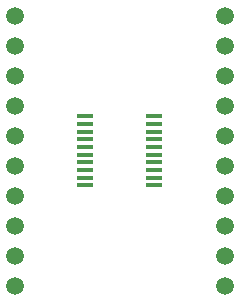
<source format=gbr>
%TF.GenerationSoftware,KiCad,Pcbnew,(5.1.10)-1*%
%TF.CreationDate,2022-01-04T20:30:04-05:00*%
%TF.ProjectId,LatchTest,4c617463-6854-4657-9374-2e6b69636164,rev?*%
%TF.SameCoordinates,Original*%
%TF.FileFunction,Soldermask,Top*%
%TF.FilePolarity,Negative*%
%FSLAX46Y46*%
G04 Gerber Fmt 4.6, Leading zero omitted, Abs format (unit mm)*
G04 Created by KiCad (PCBNEW (5.1.10)-1) date 2022-01-04 20:30:04*
%MOMM*%
%LPD*%
G01*
G04 APERTURE LIST*
%ADD10C,1.500000*%
%ADD11R,1.454899X0.354800*%
G04 APERTURE END LIST*
D10*
%TO.C,D1*%
X87630000Y-68580000D03*
%TD*%
D11*
%TO.C,U1*%
X99444548Y-72005002D03*
X99444548Y-72655001D03*
X99444548Y-73305002D03*
X99444548Y-73955001D03*
X99444548Y-74605002D03*
X99444548Y-75255001D03*
X99444548Y-75905002D03*
X99444548Y-76555001D03*
X99444548Y-77205002D03*
X99444548Y-77855000D03*
X93595452Y-77854998D03*
X93595452Y-77204999D03*
X93595452Y-76554998D03*
X93595452Y-75904999D03*
X93595452Y-75254998D03*
X93595452Y-74604999D03*
X93595452Y-73955001D03*
X93595452Y-73304999D03*
X93595452Y-72655001D03*
X93595452Y-72005000D03*
%TD*%
D10*
%TO.C,LE*%
X105410000Y-63500000D03*
%TD*%
%TO.C,GND*%
X87630000Y-86360000D03*
%TD*%
%TO.C,OE*%
X87630000Y-63500000D03*
%TD*%
%TO.C,VCC*%
X105410000Y-86360000D03*
%TD*%
%TO.C,Q7*%
X105410000Y-83820000D03*
%TD*%
%TO.C,Q6*%
X105410000Y-81280000D03*
%TD*%
%TO.C,Q5*%
X105410000Y-78740000D03*
%TD*%
%TO.C,Q4*%
X105410000Y-76200000D03*
%TD*%
%TO.C,Q3*%
X105410000Y-73660000D03*
%TD*%
%TO.C,Q2*%
X105410000Y-71120000D03*
%TD*%
%TO.C,Q1*%
X105410000Y-68580000D03*
%TD*%
%TO.C,Q0*%
X105410000Y-66040000D03*
%TD*%
%TO.C,D7*%
X87630000Y-83820000D03*
%TD*%
%TO.C,D6*%
X87630000Y-81280000D03*
%TD*%
%TO.C,D5*%
X87630000Y-78740000D03*
%TD*%
%TO.C,D4*%
X87630000Y-76200000D03*
%TD*%
%TO.C,D3*%
X87630000Y-73660000D03*
%TD*%
%TO.C,D2*%
X87630000Y-71120000D03*
%TD*%
%TO.C,D0*%
X87630000Y-66040000D03*
%TD*%
M02*

</source>
